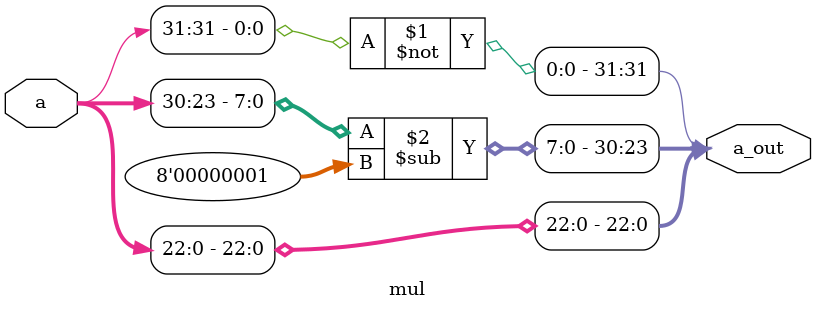
<source format=v>
`timescale 1ns / 1ps
module mul(
    input [31:0] a,
    output [31:0] a_out
    );
assign a_out[31]=~a[31];
assign a_out[30:23]=a[30:23]-8'b00000001;
assign a_out[22:0]=a[22:0];

endmodule

</source>
